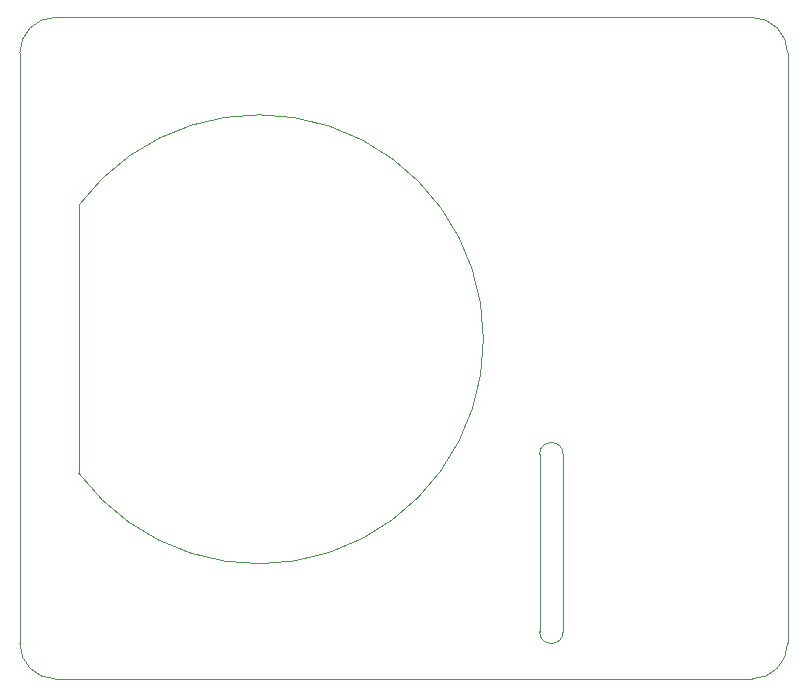
<source format=gbr>
%TF.GenerationSoftware,KiCad,Pcbnew,(6.0.4)*%
%TF.CreationDate,2022-05-06T21:58:48+01:00*%
%TF.ProjectId,PiPowerHAT,5069506f-7765-4724-9841-542e6b696361,rev?*%
%TF.SameCoordinates,Original*%
%TF.FileFunction,Profile,NP*%
%FSLAX46Y46*%
G04 Gerber Fmt 4.6, Leading zero omitted, Abs format (unit mm)*
G04 Created by KiCad (PCBNEW (6.0.4)) date 2022-05-06 21:58:48*
%MOMM*%
%LPD*%
G01*
G04 APERTURE LIST*
%TA.AperFunction,Profile*%
%ADD10C,0.100000*%
%TD*%
G04 APERTURE END LIST*
D10*
X85250000Y-71750000D02*
X85250000Y-106250000D01*
X150250000Y-56250000D02*
G75*
G03*
X147250000Y-53250000I-3000000J0D01*
G01*
X129250000Y-90250000D02*
X129250000Y-105250000D01*
X85250000Y-106250000D02*
G75*
G03*
X88250000Y-109250000I3000000J0D01*
G01*
X90250000Y-69150000D02*
X90250000Y-91850000D01*
X88250000Y-109250000D02*
X147250000Y-109250000D01*
X147250000Y-109250000D02*
G75*
G03*
X150250000Y-106250000I0J3000000D01*
G01*
X131250000Y-90250000D02*
G75*
G03*
X129250000Y-90250000I-1000000J0D01*
G01*
X131250000Y-90250000D02*
X131250000Y-105250000D01*
X88250000Y-53250000D02*
X147250000Y-53250000D01*
X88250000Y-53250000D02*
G75*
G03*
X85250000Y-56250000I0J-3000000D01*
G01*
X129250000Y-105250000D02*
G75*
G03*
X131250000Y-105250000I1000000J0D01*
G01*
X85250000Y-56250000D02*
X85250000Y-71750000D01*
X150250000Y-56250000D02*
X150250000Y-106250000D01*
X90250000Y-91850000D02*
G75*
G03*
X90250000Y-69150000I15244410J11350000D01*
G01*
M02*

</source>
